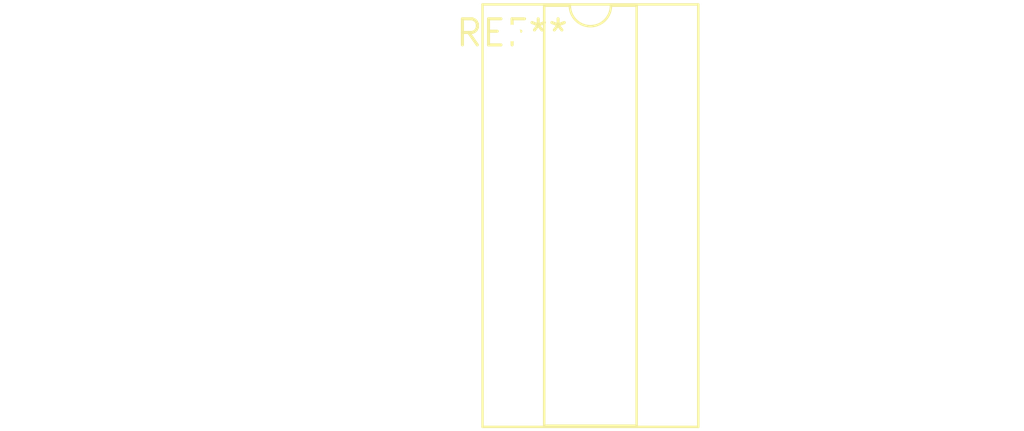
<source format=kicad_pcb>
(kicad_pcb (version 20240108) (generator pcbnew)
  (layers (0 "F.Cu" signal) (31 "B.Cu" signal) (34 "B.Paste" user) (35 "F.Paste" user) (36 "B.SilkS" user "B.Silkscreen") (37 "F.SilkS" user "F.Silkscreen") (38 "B.Mask" user) (39 "F.Mask" user) (44 "Edge.Cuts" user))
  (net 0 "")
  (footprint "CERDIP-16_W7.62mm_SideBrazed_LongPads_Socket" (layer "F.Cu") (at 0 0)
    (property "Reference" "REF**")
    (property "Value" "CERDIP-16_W7.62mm_SideBrazed_LongPads_Socket")
    (fp_line (start -1.44 -1.39) (end -1.44 19.17) (layer "F.SilkS") (stroke (width 0.12)))
    (fp_line (start -1.44 19.17) (end 9.06 19.17) (layer "F.SilkS") (stroke (width 0.12)))
    (fp_line (start 1.56 -1.33) (end 1.56 19.11) (layer "F.SilkS") (stroke (width 0.12)))
    (fp_line (start 1.56 19.11) (end 6.06 19.11) (layer "F.SilkS") (stroke (width 0.12)))
    (fp_line (start 2.81 -1.33) (end 1.56 -1.33) (layer "F.SilkS") (stroke (width 0.12)))
    (fp_line (start 6.06 -1.33) (end 4.81 -1.33) (layer "F.SilkS") (stroke (width 0.12)))
    (fp_line (start 6.06 19.11) (end 6.06 -1.33) (layer "F.SilkS") (stroke (width 0.12)))
    (fp_line (start 9.06 -1.39) (end -1.44 -1.39) (layer "F.SilkS") (stroke (width 0.12)))
    (fp_line (start 9.06 19.17) (end 9.06 -1.39) (layer "F.SilkS") (stroke (width 0.12)))
    (fp_arc (start 4.81 -1.33) (mid 3.81 -0.33) (end 2.81 -1.33) (layer "F.SilkS") (stroke (width 0.12)))
    (pad "1" thru_hole rect (at 0 0) (size 2.4 1.6) (drill 0.8) (layers *.Cu *.Mask) (remove_unused_layers))
    (pad "2" thru_hole oval (at 0 2.54) (size 2.4 1.6) (drill 0.8) (layers *.Cu *.Mask) (remove_unused_layers))
    (pad "3" thru_hole oval (at 0 5.08) (size 2.4 1.6) (drill 0.8) (layers *.Cu *.Mask) (remove_unused_layers))
    (pad "4" thru_hole oval (at 0 7.62) (size 2.4 1.6) (drill 0.8) (layers *.Cu *.Mask) (remove_unused_layers))
    (pad "5" thru_hole oval (at 0 10.16) (size 2.4 1.6) (drill 0.8) (layers *.Cu *.Mask) (remove_unused_layers))
    (pad "6" thru_hole oval (at 0 12.7) (size 2.4 1.6) (drill 0.8) (layers *.Cu *.Mask) (remove_unused_layers))
    (pad "7" thru_hole oval (at 0 15.24) (size 2.4 1.6) (drill 0.8) (layers *.Cu *.Mask) (remove_unused_layers))
    (pad "8" thru_hole oval (at 0 17.78) (size 2.4 1.6) (drill 0.8) (layers *.Cu *.Mask) (remove_unused_layers))
    (pad "9" thru_hole oval (at 7.62 17.78) (size 2.4 1.6) (drill 0.8) (layers *.Cu *.Mask) (remove_unused_layers))
    (pad "10" thru_hole oval (at 7.62 15.24) (size 2.4 1.6) (drill 0.8) (layers *.Cu *.Mask) (remove_unused_layers))
    (pad "11" thru_hole oval (at 7.62 12.7) (size 2.4 1.6) (drill 0.8) (layers *.Cu *.Mask) (remove_unused_layers))
    (pad "12" thru_hole oval (at 7.62 10.16) (size 2.4 1.6) (drill 0.8) (layers *.Cu *.Mask) (remove_unused_layers))
    (pad "13" thru_hole oval (at 7.62 7.62) (size 2.4 1.6) (drill 0.8) (layers *.Cu *.Mask) (remove_unused_layers))
    (pad "14" thru_hole oval (at 7.62 5.08) (size 2.4 1.6) (drill 0.8) (layers *.Cu *.Mask) (remove_unused_layers))
    (pad "15" thru_hole oval (at 7.62 2.54) (size 2.4 1.6) (drill 0.8) (layers *.Cu *.Mask) (remove_unused_layers))
    (pad "16" thru_hole oval (at 7.62 0) (size 2.4 1.6) (drill 0.8) (layers *.Cu *.Mask) (remove_unused_layers))
  )
)
</source>
